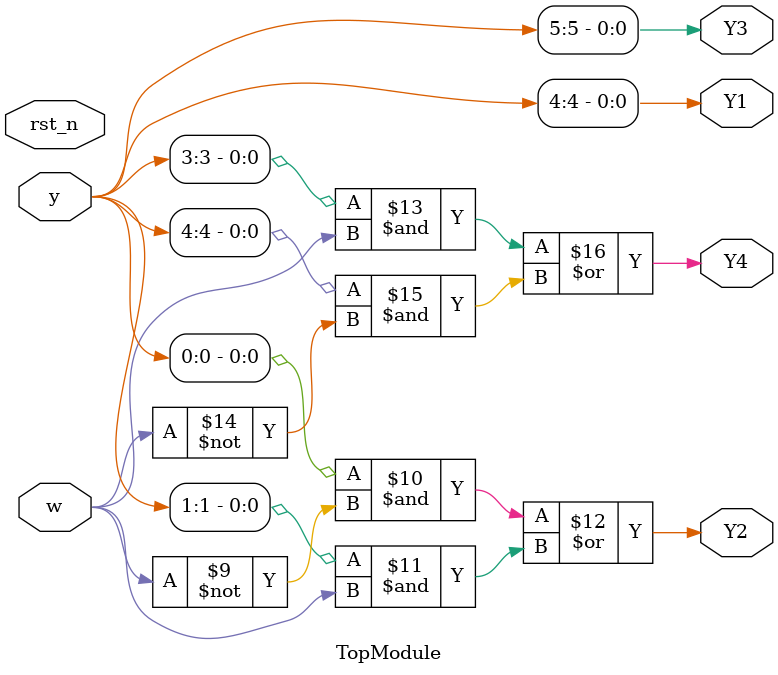
<source format=sv>
module TopModule (
    input logic [5:0] y,
    input logic w,
    output logic Y1,
    output logic Y2,
    output logic Y3,
    output logic Y4,
    input logic rst_n
);

    logic [5:0] state;

    always @(*) begin
        if (!rst_n) begin
            state = 6'b000001; // Reset to state A
        end else begin
            case (1'b1) // one-hot encoding
                y[0]: state = (w) ? 6'b000001 : 6'b000010; // State A
                y[1]: state = (w) ? 6'b000100 : 6'b001000; // State B
                y[2]: state = (w) ? 6'b001000 : 6'b010000; // State C
                y[3]: state = (w) ? 6'b000001 : 6'b100000; // State D
                y[4]: state = (w) ? 6'b001000 : 6'b001000; // State E
                y[5]: state = (w) ? 6'b001000 : 6'b000100; // State F
                default: state = 6'b000001; // Default to state A
            endcase
        end
    end

    assign Y2 = (y[0] & ~w) | (y[1] & w); // Next state derived from y[1]
    assign Y4 = (y[3] & w) | (y[4] & ~w); // Next state derived from y[3]

    // Output logic
    assign Y1 = y[4]; // Example output signal
    assign Y3 = y[5]; // Example output signal

endmodule
</source>
